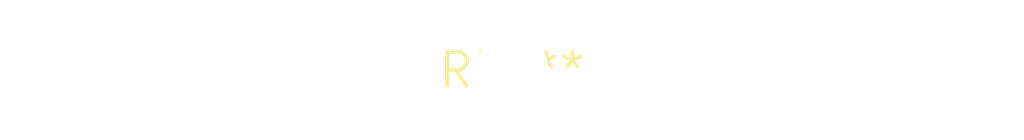
<source format=kicad_pcb>
(kicad_pcb (version 20240108) (generator pcbnew)
  (layers (0 "F.Cu" signal) (31 "B.Cu" signal) (34 "B.Paste" user) (35 "F.Paste" user) (36 "B.SilkS" user "B.Silkscreen") (37 "F.SilkS" user "F.Silkscreen") (38 "B.Mask" user) (39 "F.Mask" user) (44 "Edge.Cuts" user))
  (net 0 "")
  (footprint "MountingHole_2.7mm_M2.5_DIN965_Pad" (layer "F.Cu") (at 0 0)
    (property "Reference" "REF**")
    (property "Value" "MountingHole_2.7mm_M2.5_DIN965_Pad")
    (pad "1" thru_hole circle (at 0 0) (size 4.7 4.7) (drill 2.7) (layers *.Cu *.Mask) (remove_unused_layers))
  )
)
</source>
